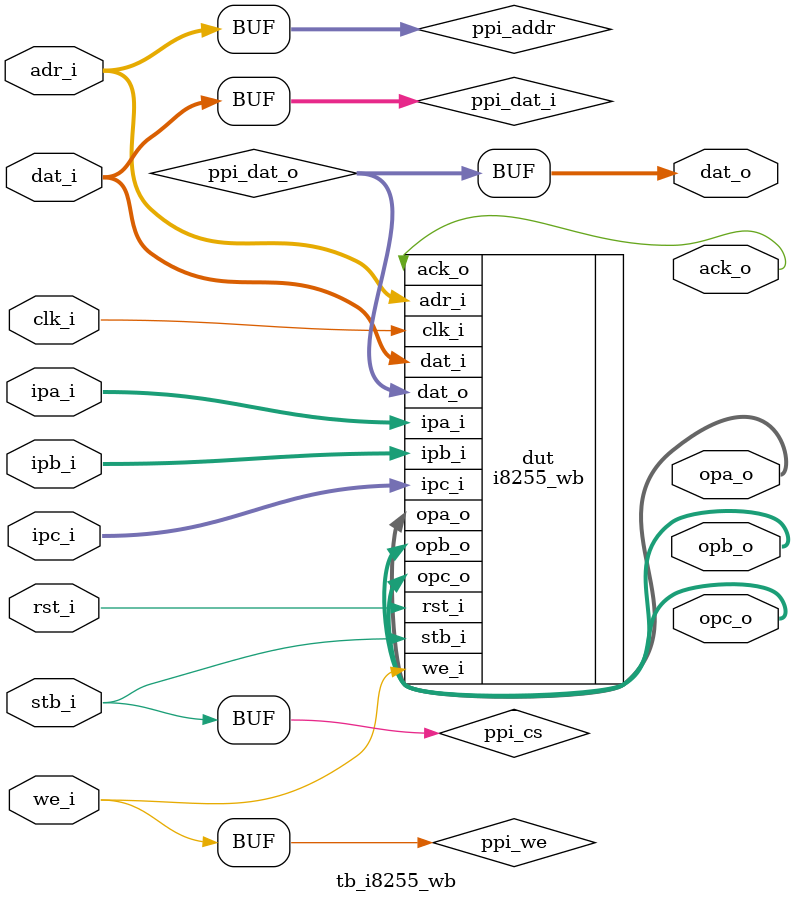
<source format=sv>
module tb_i8255_wb (
	// Wishbone Interface
	input            clk_i,
	input            rst_i,
	
	input      [1:0] adr_i,
	input      [7:0] dat_i,
	output     [7:0] dat_o,
	input            we_i,
	input            stb_i,
	output           ack_o,
	
	// PPI Ports
	input      [7:0] ipa_i, 
	output     [7:0] opa_o,
	input      [7:0] ipb_i, 
	output     [7:0] opb_o,
	input      [7:0] ipc_i, 
	output     [7:0] opc_o
);

// Internal signals for i8255_wb
wire [1:0] ppi_addr;
wire [7:0] ppi_dat_i;
wire [7:0] ppi_dat_o;
wire       ppi_cs;
wire       ppi_we;
wire       ppi_oe;

// Signal mapping from Wishbone to i8255_wb
assign ppi_addr = adr_i;
assign ppi_dat_i = dat_i;
assign ppi_cs = stb_i;
assign ppi_we = we_i;
assign ppi_oe = ~we_i;  // oe active during read operations

// DUT instantiation - i8255_wb module
i8255_wb dut (
    // Wishbone Interface
    .clk_i(clk_i),
    .rst_i(rst_i),
    .adr_i(ppi_addr),
    .dat_i(ppi_dat_i),
    .dat_o(ppi_dat_o),
    .we_i(ppi_we),
    .stb_i(ppi_cs),
    .ack_o(ack_o),
    
    // PPI Ports
    .ipa_i(ipa_i),
    .opa_o(opa_o),
    .ipb_i(ipb_i),
    .opb_o(opb_o),
    .ipc_i(ipc_i),
    .opc_o(opc_o)
);

// Data output assignment
assign dat_o = ppi_dat_o;

endmodule


</source>
